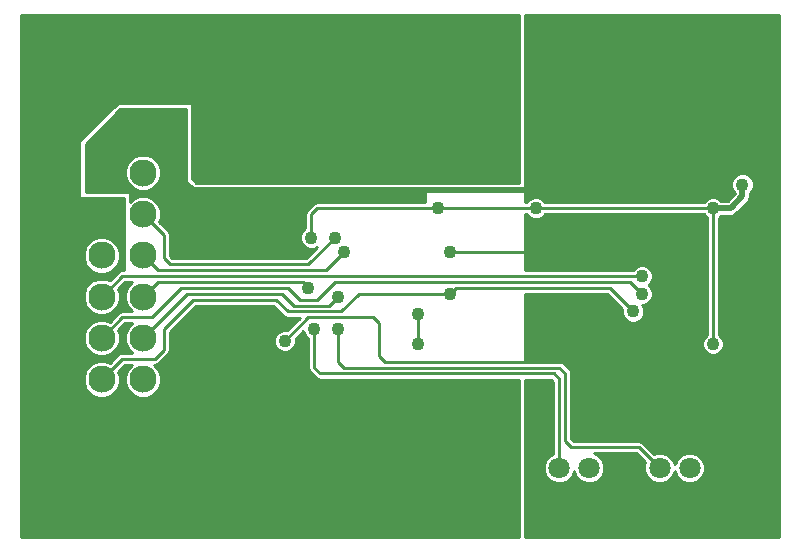
<source format=gbl>
G04 (created by PCBNEW (2013-07-07 BZR 4022)-stable) date 10/14/2016 2:41:48 PM*
%MOIN*%
G04 Gerber Fmt 3.4, Leading zero omitted, Abs format*
%FSLAX34Y34*%
G01*
G70*
G90*
G04 APERTURE LIST*
%ADD10C,0.00590551*%
%ADD11C,0.0708661*%
%ADD12C,0.0905512*%
%ADD13C,0.23622*%
%ADD14C,0.0433071*%
%ADD15C,0.00984252*%
%ADD16C,0.019685*%
%ADD17C,0.01*%
G04 APERTURE END LIST*
G54D10*
G54D11*
X58177Y-44685D03*
X57177Y-44685D03*
X61523Y-44685D03*
X60523Y-44685D03*
X43799Y-32177D03*
X43799Y-33177D03*
G54D12*
X43307Y-34842D03*
X43307Y-36220D03*
X43307Y-37598D03*
X43307Y-38976D03*
X43307Y-40354D03*
X43307Y-41732D03*
X41929Y-34842D03*
X41929Y-36220D03*
X41929Y-37598D03*
X41929Y-38976D03*
X41929Y-40354D03*
X41929Y-41732D03*
G54D13*
X41062Y-32086D03*
X41062Y-44488D03*
G54D11*
X52362Y-44783D03*
X51377Y-44783D03*
X50393Y-44783D03*
X49409Y-44783D03*
X48425Y-44783D03*
X52362Y-46259D03*
X51377Y-46259D03*
X50393Y-46259D03*
X49409Y-46259D03*
X48425Y-46259D03*
X52362Y-31791D03*
X51377Y-31791D03*
X50393Y-31791D03*
X49409Y-31791D03*
X48425Y-31791D03*
X52362Y-30314D03*
X51377Y-30314D03*
X50393Y-30314D03*
X49409Y-30314D03*
X48425Y-30314D03*
G54D14*
X63287Y-35236D03*
X53149Y-36023D03*
X48917Y-37007D03*
X56397Y-36023D03*
X62303Y-40551D03*
X62303Y-36023D03*
X52460Y-39566D03*
X52460Y-40551D03*
X49803Y-40059D03*
X49015Y-40059D03*
X59940Y-38877D03*
X49704Y-37007D03*
X49803Y-38976D03*
X48818Y-38681D03*
X50000Y-37500D03*
X59940Y-38287D03*
X59645Y-39468D03*
X53543Y-38877D03*
G54D11*
X61318Y-31102D03*
X61318Y-30118D03*
X60334Y-30118D03*
X57381Y-31102D03*
X57381Y-30118D03*
X58366Y-30118D03*
X59350Y-30118D03*
G54D14*
X59055Y-39763D03*
X56397Y-40551D03*
X57874Y-37500D03*
X53543Y-37500D03*
X62992Y-36712D03*
X63582Y-40551D03*
X63877Y-45669D03*
X48031Y-40452D03*
X59350Y-34547D03*
G54D15*
X50393Y-44783D02*
X51377Y-44783D01*
X48425Y-44783D02*
X49409Y-44783D01*
X50393Y-46259D02*
X51377Y-46259D01*
X48425Y-46259D02*
X49409Y-46259D01*
X50393Y-31791D02*
X51377Y-31791D01*
X48425Y-31791D02*
X49409Y-31791D01*
X50393Y-30314D02*
X51377Y-30314D01*
X48425Y-30314D02*
X49409Y-30314D01*
G54D16*
X62303Y-36023D02*
X62893Y-36023D01*
X63287Y-35629D02*
X63287Y-35236D01*
X62893Y-36023D02*
X63287Y-35629D01*
G54D15*
X56397Y-36023D02*
X53149Y-36023D01*
X53149Y-36023D02*
X49114Y-36023D01*
X48917Y-36220D02*
X48917Y-37007D01*
X49114Y-36023D02*
X48917Y-36220D01*
X62303Y-36023D02*
X56397Y-36023D01*
X62303Y-40551D02*
X62303Y-36023D01*
X52460Y-40551D02*
X52460Y-39566D01*
X60523Y-44685D02*
X59834Y-43996D01*
X49803Y-41141D02*
X49803Y-40059D01*
X50000Y-41338D02*
X49803Y-41141D01*
X57185Y-41338D02*
X50000Y-41338D01*
X57381Y-41535D02*
X57185Y-41338D01*
X57381Y-43799D02*
X57381Y-41535D01*
X57578Y-43996D02*
X57381Y-43799D01*
X59834Y-43996D02*
X57578Y-43996D01*
X57185Y-44685D02*
X57177Y-44685D01*
X57185Y-41732D02*
X57185Y-44685D01*
X56988Y-41535D02*
X57185Y-41732D01*
X49212Y-41535D02*
X56988Y-41535D01*
X49015Y-41338D02*
X49212Y-41535D01*
X49015Y-40059D02*
X49015Y-41338D01*
X41929Y-40354D02*
X42618Y-39665D01*
X59547Y-38484D02*
X59940Y-38877D01*
X49704Y-38484D02*
X59547Y-38484D01*
X49114Y-39074D02*
X49704Y-38484D01*
X48523Y-39074D02*
X49114Y-39074D01*
X48129Y-38681D02*
X48523Y-39074D01*
X44586Y-38681D02*
X48129Y-38681D01*
X43602Y-39665D02*
X44586Y-38681D01*
X42618Y-39665D02*
X43602Y-39665D01*
X43307Y-36220D02*
X43996Y-36909D01*
X48818Y-37893D02*
X49704Y-37007D01*
X44192Y-37893D02*
X48818Y-37893D01*
X43996Y-37696D02*
X44192Y-37893D01*
X43996Y-36909D02*
X43996Y-37696D01*
X43307Y-40354D02*
X44783Y-38877D01*
X49507Y-39271D02*
X49803Y-38976D01*
X48326Y-39271D02*
X49507Y-39271D01*
X47933Y-38877D02*
X48326Y-39271D01*
X44783Y-38877D02*
X47933Y-38877D01*
X43799Y-38484D02*
X43307Y-38976D01*
X48622Y-38484D02*
X43799Y-38484D01*
X48818Y-38681D02*
X48622Y-38484D01*
X43307Y-37598D02*
X43799Y-38090D01*
X49409Y-38090D02*
X50000Y-37500D01*
X43799Y-38090D02*
X49409Y-38090D01*
X41929Y-38976D02*
X42618Y-38287D01*
X42618Y-38287D02*
X59940Y-38287D01*
X53740Y-38681D02*
X53543Y-38877D01*
X58858Y-38681D02*
X53740Y-38681D01*
X59645Y-39468D02*
X58858Y-38681D01*
X41929Y-41732D02*
X42618Y-41043D01*
X50492Y-38877D02*
X53543Y-38877D01*
X49901Y-39468D02*
X50492Y-38877D01*
X48129Y-39468D02*
X49901Y-39468D01*
X47736Y-39074D02*
X48129Y-39468D01*
X44980Y-39074D02*
X47736Y-39074D01*
X43996Y-40059D02*
X44980Y-39074D01*
X43996Y-40748D02*
X43996Y-40059D01*
X43700Y-41043D02*
X43996Y-40748D01*
X42618Y-41043D02*
X43700Y-41043D01*
X59350Y-30118D02*
X60334Y-30118D01*
X61318Y-30118D02*
X61318Y-31102D01*
X57381Y-30118D02*
X57381Y-31102D01*
X59350Y-30118D02*
X58366Y-30118D01*
X59055Y-39763D02*
X59055Y-41141D01*
X56397Y-40551D02*
X56397Y-41141D01*
X60728Y-37696D02*
X60728Y-41141D01*
X60531Y-37500D02*
X60728Y-37696D01*
X53543Y-37500D02*
X57874Y-37500D01*
X57874Y-37500D02*
X60531Y-37500D01*
X62992Y-36712D02*
X64271Y-36712D01*
X63582Y-40551D02*
X63582Y-41141D01*
X63877Y-45669D02*
X63877Y-41141D01*
X59350Y-34547D02*
X59350Y-32677D01*
X48818Y-39665D02*
X48031Y-40452D01*
X50984Y-39665D02*
X48818Y-39665D01*
X51181Y-39862D02*
X50984Y-39665D01*
X51181Y-40944D02*
X51181Y-39862D01*
X51377Y-41141D02*
X51181Y-40944D01*
X64074Y-41141D02*
X63877Y-41141D01*
X63877Y-41141D02*
X63582Y-41141D01*
X63582Y-41141D02*
X60728Y-41141D01*
X60728Y-41141D02*
X59055Y-41141D01*
X59055Y-41141D02*
X56397Y-41141D01*
X56397Y-41141D02*
X51377Y-41141D01*
X64271Y-40944D02*
X64074Y-41141D01*
X64271Y-32677D02*
X64271Y-36712D01*
X64271Y-36712D02*
X64271Y-40944D01*
X64074Y-32480D02*
X64271Y-32677D01*
X59547Y-32480D02*
X64074Y-32480D01*
X59350Y-32677D02*
X59547Y-32480D01*
G54D16*
X43799Y-33177D02*
X44192Y-33177D01*
X59350Y-35039D02*
X59350Y-34547D01*
X58956Y-35433D02*
X59350Y-35039D01*
X44980Y-35433D02*
X58956Y-35433D01*
X44586Y-35039D02*
X44980Y-35433D01*
X44586Y-33570D02*
X44586Y-35039D01*
X44192Y-33177D02*
X44586Y-33570D01*
G54D15*
X43799Y-33177D02*
X42125Y-33177D01*
X41929Y-33374D02*
X41929Y-34842D01*
X42125Y-33177D02*
X41929Y-33374D01*
G54D10*
G36*
X64516Y-46997D02*
X56053Y-46997D01*
X56053Y-41737D01*
X56904Y-41737D01*
X56983Y-41815D01*
X56983Y-44216D01*
X56890Y-44255D01*
X56747Y-44397D01*
X56670Y-44583D01*
X56670Y-44785D01*
X56747Y-44971D01*
X56889Y-45114D01*
X57075Y-45191D01*
X57277Y-45191D01*
X57463Y-45114D01*
X57606Y-44972D01*
X57677Y-44801D01*
X57747Y-44971D01*
X57889Y-45114D01*
X58075Y-45191D01*
X58277Y-45191D01*
X58463Y-45114D01*
X58606Y-44972D01*
X58683Y-44786D01*
X58683Y-44584D01*
X58606Y-44398D01*
X58464Y-44255D01*
X58324Y-44197D01*
X59751Y-44197D01*
X60052Y-44498D01*
X60017Y-44583D01*
X60016Y-44785D01*
X60093Y-44971D01*
X60236Y-45114D01*
X60422Y-45191D01*
X60623Y-45191D01*
X60810Y-45114D01*
X60952Y-44972D01*
X61023Y-44801D01*
X61093Y-44971D01*
X61236Y-45114D01*
X61422Y-45191D01*
X61623Y-45191D01*
X61810Y-45114D01*
X61952Y-44972D01*
X62030Y-44786D01*
X62030Y-44584D01*
X61953Y-44398D01*
X61811Y-44255D01*
X61624Y-44178D01*
X61423Y-44178D01*
X61236Y-44255D01*
X61094Y-44397D01*
X61023Y-44568D01*
X60953Y-44398D01*
X60811Y-44255D01*
X60624Y-44178D01*
X60423Y-44178D01*
X60337Y-44213D01*
X59977Y-43853D01*
X59911Y-43809D01*
X59834Y-43794D01*
X57662Y-43794D01*
X57583Y-43715D01*
X57583Y-41535D01*
X57583Y-41535D01*
X57583Y-41535D01*
X57568Y-41458D01*
X57524Y-41392D01*
X57524Y-41392D01*
X57327Y-41196D01*
X57262Y-41152D01*
X57185Y-41137D01*
X56053Y-41137D01*
X56053Y-38882D01*
X58774Y-38882D01*
X59279Y-39387D01*
X59276Y-39394D01*
X59276Y-39541D01*
X59332Y-39677D01*
X59436Y-39781D01*
X59571Y-39837D01*
X59718Y-39837D01*
X59854Y-39781D01*
X59958Y-39677D01*
X60014Y-39542D01*
X60014Y-39395D01*
X59958Y-39259D01*
X59945Y-39246D01*
X60014Y-39246D01*
X60149Y-39190D01*
X60253Y-39087D01*
X60309Y-38951D01*
X60309Y-38804D01*
X60253Y-38669D01*
X60167Y-38582D01*
X60253Y-38496D01*
X60309Y-38361D01*
X60309Y-38214D01*
X60253Y-38078D01*
X60150Y-37974D01*
X60014Y-37918D01*
X59867Y-37918D01*
X59732Y-37974D01*
X59628Y-38078D01*
X59625Y-38085D01*
X56053Y-38085D01*
X56053Y-36225D01*
X56081Y-36225D01*
X56084Y-36232D01*
X56188Y-36336D01*
X56323Y-36392D01*
X56470Y-36392D01*
X56606Y-36336D01*
X56710Y-36232D01*
X56713Y-36225D01*
X61987Y-36225D01*
X61990Y-36232D01*
X62093Y-36336D01*
X62101Y-36339D01*
X62101Y-40235D01*
X62094Y-40238D01*
X61990Y-40341D01*
X61934Y-40477D01*
X61934Y-40624D01*
X61990Y-40759D01*
X62093Y-40863D01*
X62229Y-40920D01*
X62376Y-40920D01*
X62511Y-40864D01*
X62615Y-40760D01*
X62671Y-40624D01*
X62672Y-40478D01*
X62616Y-40342D01*
X62512Y-40238D01*
X62504Y-40235D01*
X62504Y-36339D01*
X62511Y-36336D01*
X62574Y-36274D01*
X62893Y-36274D01*
X62989Y-36255D01*
X63071Y-36200D01*
X63464Y-35807D01*
X63519Y-35725D01*
X63519Y-35725D01*
X63538Y-35629D01*
X63538Y-35507D01*
X63599Y-35445D01*
X63656Y-35309D01*
X63656Y-35163D01*
X63600Y-35027D01*
X63496Y-34923D01*
X63361Y-34867D01*
X63214Y-34867D01*
X63078Y-34923D01*
X62974Y-35026D01*
X62918Y-35162D01*
X62918Y-35309D01*
X62974Y-35444D01*
X63036Y-35507D01*
X63036Y-35526D01*
X62789Y-35772D01*
X62574Y-35772D01*
X62512Y-35711D01*
X62376Y-35654D01*
X62230Y-35654D01*
X62094Y-35710D01*
X61990Y-35814D01*
X61987Y-35822D01*
X56713Y-35822D01*
X56710Y-35814D01*
X56606Y-35711D01*
X56471Y-35654D01*
X56324Y-35654D01*
X56188Y-35710D01*
X56085Y-35814D01*
X56081Y-35822D01*
X56053Y-35822D01*
X56053Y-29577D01*
X64516Y-29577D01*
X64516Y-46997D01*
X64516Y-46997D01*
G37*
G54D17*
X64516Y-46997D02*
X56053Y-46997D01*
X56053Y-41737D01*
X56904Y-41737D01*
X56983Y-41815D01*
X56983Y-44216D01*
X56890Y-44255D01*
X56747Y-44397D01*
X56670Y-44583D01*
X56670Y-44785D01*
X56747Y-44971D01*
X56889Y-45114D01*
X57075Y-45191D01*
X57277Y-45191D01*
X57463Y-45114D01*
X57606Y-44972D01*
X57677Y-44801D01*
X57747Y-44971D01*
X57889Y-45114D01*
X58075Y-45191D01*
X58277Y-45191D01*
X58463Y-45114D01*
X58606Y-44972D01*
X58683Y-44786D01*
X58683Y-44584D01*
X58606Y-44398D01*
X58464Y-44255D01*
X58324Y-44197D01*
X59751Y-44197D01*
X60052Y-44498D01*
X60017Y-44583D01*
X60016Y-44785D01*
X60093Y-44971D01*
X60236Y-45114D01*
X60422Y-45191D01*
X60623Y-45191D01*
X60810Y-45114D01*
X60952Y-44972D01*
X61023Y-44801D01*
X61093Y-44971D01*
X61236Y-45114D01*
X61422Y-45191D01*
X61623Y-45191D01*
X61810Y-45114D01*
X61952Y-44972D01*
X62030Y-44786D01*
X62030Y-44584D01*
X61953Y-44398D01*
X61811Y-44255D01*
X61624Y-44178D01*
X61423Y-44178D01*
X61236Y-44255D01*
X61094Y-44397D01*
X61023Y-44568D01*
X60953Y-44398D01*
X60811Y-44255D01*
X60624Y-44178D01*
X60423Y-44178D01*
X60337Y-44213D01*
X59977Y-43853D01*
X59911Y-43809D01*
X59834Y-43794D01*
X57662Y-43794D01*
X57583Y-43715D01*
X57583Y-41535D01*
X57583Y-41535D01*
X57583Y-41535D01*
X57568Y-41458D01*
X57524Y-41392D01*
X57524Y-41392D01*
X57327Y-41196D01*
X57262Y-41152D01*
X57185Y-41137D01*
X56053Y-41137D01*
X56053Y-38882D01*
X58774Y-38882D01*
X59279Y-39387D01*
X59276Y-39394D01*
X59276Y-39541D01*
X59332Y-39677D01*
X59436Y-39781D01*
X59571Y-39837D01*
X59718Y-39837D01*
X59854Y-39781D01*
X59958Y-39677D01*
X60014Y-39542D01*
X60014Y-39395D01*
X59958Y-39259D01*
X59945Y-39246D01*
X60014Y-39246D01*
X60149Y-39190D01*
X60253Y-39087D01*
X60309Y-38951D01*
X60309Y-38804D01*
X60253Y-38669D01*
X60167Y-38582D01*
X60253Y-38496D01*
X60309Y-38361D01*
X60309Y-38214D01*
X60253Y-38078D01*
X60150Y-37974D01*
X60014Y-37918D01*
X59867Y-37918D01*
X59732Y-37974D01*
X59628Y-38078D01*
X59625Y-38085D01*
X56053Y-38085D01*
X56053Y-36225D01*
X56081Y-36225D01*
X56084Y-36232D01*
X56188Y-36336D01*
X56323Y-36392D01*
X56470Y-36392D01*
X56606Y-36336D01*
X56710Y-36232D01*
X56713Y-36225D01*
X61987Y-36225D01*
X61990Y-36232D01*
X62093Y-36336D01*
X62101Y-36339D01*
X62101Y-40235D01*
X62094Y-40238D01*
X61990Y-40341D01*
X61934Y-40477D01*
X61934Y-40624D01*
X61990Y-40759D01*
X62093Y-40863D01*
X62229Y-40920D01*
X62376Y-40920D01*
X62511Y-40864D01*
X62615Y-40760D01*
X62671Y-40624D01*
X62672Y-40478D01*
X62616Y-40342D01*
X62512Y-40238D01*
X62504Y-40235D01*
X62504Y-36339D01*
X62511Y-36336D01*
X62574Y-36274D01*
X62893Y-36274D01*
X62989Y-36255D01*
X63071Y-36200D01*
X63464Y-35807D01*
X63519Y-35725D01*
X63519Y-35725D01*
X63538Y-35629D01*
X63538Y-35507D01*
X63599Y-35445D01*
X63656Y-35309D01*
X63656Y-35163D01*
X63600Y-35027D01*
X63496Y-34923D01*
X63361Y-34867D01*
X63214Y-34867D01*
X63078Y-34923D01*
X62974Y-35026D01*
X62918Y-35162D01*
X62918Y-35309D01*
X62974Y-35444D01*
X63036Y-35507D01*
X63036Y-35526D01*
X62789Y-35772D01*
X62574Y-35772D01*
X62512Y-35711D01*
X62376Y-35654D01*
X62230Y-35654D01*
X62094Y-35710D01*
X61990Y-35814D01*
X61987Y-35822D01*
X56713Y-35822D01*
X56710Y-35814D01*
X56606Y-35711D01*
X56471Y-35654D01*
X56324Y-35654D01*
X56188Y-35710D01*
X56085Y-35814D01*
X56081Y-35822D01*
X56053Y-35822D01*
X56053Y-29577D01*
X64516Y-29577D01*
X64516Y-46997D01*
G54D10*
G36*
X55851Y-46997D02*
X39223Y-46997D01*
X39223Y-29577D01*
X55851Y-29577D01*
X55851Y-35182D01*
X52908Y-35182D01*
X45084Y-35182D01*
X44935Y-35033D01*
X44935Y-32524D01*
X42456Y-32524D01*
X41186Y-33795D01*
X41186Y-35683D01*
X42662Y-35683D01*
X42662Y-38085D01*
X42618Y-38085D01*
X42618Y-38085D01*
X42540Y-38101D01*
X42534Y-38105D01*
X42534Y-37478D01*
X42442Y-37256D01*
X42272Y-37085D01*
X42050Y-36993D01*
X41809Y-36993D01*
X41586Y-37085D01*
X41416Y-37255D01*
X41324Y-37477D01*
X41323Y-37718D01*
X41415Y-37940D01*
X41585Y-38111D01*
X41808Y-38203D01*
X42048Y-38203D01*
X42271Y-38111D01*
X42441Y-37941D01*
X42534Y-37719D01*
X42534Y-37478D01*
X42534Y-38105D01*
X42475Y-38144D01*
X42475Y-38144D01*
X42190Y-38429D01*
X42050Y-38371D01*
X41809Y-38371D01*
X41586Y-38463D01*
X41416Y-38633D01*
X41324Y-38855D01*
X41323Y-39096D01*
X41415Y-39318D01*
X41585Y-39489D01*
X41808Y-39581D01*
X42048Y-39581D01*
X42271Y-39489D01*
X42441Y-39319D01*
X42534Y-39097D01*
X42534Y-38856D01*
X42475Y-38714D01*
X42701Y-38488D01*
X42938Y-38488D01*
X42794Y-38633D01*
X42702Y-38855D01*
X42701Y-39096D01*
X42793Y-39318D01*
X42938Y-39463D01*
X42618Y-39463D01*
X42618Y-39463D01*
X42540Y-39479D01*
X42475Y-39522D01*
X42475Y-39522D01*
X42190Y-39807D01*
X42050Y-39749D01*
X41809Y-39749D01*
X41586Y-39841D01*
X41416Y-40011D01*
X41324Y-40233D01*
X41323Y-40474D01*
X41415Y-40696D01*
X41585Y-40867D01*
X41808Y-40959D01*
X42048Y-40959D01*
X42271Y-40867D01*
X42441Y-40697D01*
X42534Y-40475D01*
X42534Y-40234D01*
X42475Y-40092D01*
X42701Y-39866D01*
X42938Y-39866D01*
X42794Y-40011D01*
X42702Y-40233D01*
X42701Y-40474D01*
X42793Y-40696D01*
X42938Y-40841D01*
X42618Y-40841D01*
X42618Y-40841D01*
X42540Y-40857D01*
X42475Y-40900D01*
X42475Y-40900D01*
X42190Y-41185D01*
X42050Y-41127D01*
X41809Y-41127D01*
X41586Y-41218D01*
X41416Y-41389D01*
X41324Y-41611D01*
X41323Y-41852D01*
X41415Y-42074D01*
X41585Y-42244D01*
X41808Y-42337D01*
X42048Y-42337D01*
X42271Y-42245D01*
X42441Y-42075D01*
X42534Y-41853D01*
X42534Y-41612D01*
X42475Y-41470D01*
X42701Y-41244D01*
X42938Y-41244D01*
X42794Y-41389D01*
X42702Y-41611D01*
X42701Y-41852D01*
X42793Y-42074D01*
X42963Y-42244D01*
X43186Y-42337D01*
X43426Y-42337D01*
X43649Y-42245D01*
X43819Y-42075D01*
X43912Y-41853D01*
X43912Y-41612D01*
X43820Y-41389D01*
X43675Y-41244D01*
X43700Y-41244D01*
X43777Y-41229D01*
X43843Y-41185D01*
X44138Y-40890D01*
X44182Y-40825D01*
X44197Y-40748D01*
X44197Y-40142D01*
X45063Y-39276D01*
X47652Y-39276D01*
X47987Y-39611D01*
X47987Y-39611D01*
X48052Y-39654D01*
X48129Y-39670D01*
X48529Y-39670D01*
X48112Y-40086D01*
X48105Y-40083D01*
X47958Y-40083D01*
X47822Y-40139D01*
X47718Y-40243D01*
X47662Y-40379D01*
X47662Y-40525D01*
X47718Y-40661D01*
X47822Y-40765D01*
X47957Y-40821D01*
X48104Y-40821D01*
X48240Y-40765D01*
X48344Y-40661D01*
X48400Y-40526D01*
X48400Y-40379D01*
X48397Y-40372D01*
X48646Y-40122D01*
X48646Y-40132D01*
X48702Y-40267D01*
X48806Y-40371D01*
X48814Y-40374D01*
X48814Y-41338D01*
X48829Y-41415D01*
X48873Y-41481D01*
X49070Y-41677D01*
X49070Y-41677D01*
X49135Y-41721D01*
X49212Y-41737D01*
X49212Y-41737D01*
X49212Y-41737D01*
X55851Y-41737D01*
X55851Y-46997D01*
X55851Y-46997D01*
G37*
G54D17*
X55851Y-46997D02*
X39223Y-46997D01*
X39223Y-29577D01*
X55851Y-29577D01*
X55851Y-35182D01*
X52908Y-35182D01*
X45084Y-35182D01*
X44935Y-35033D01*
X44935Y-32524D01*
X42456Y-32524D01*
X41186Y-33795D01*
X41186Y-35683D01*
X42662Y-35683D01*
X42662Y-38085D01*
X42618Y-38085D01*
X42618Y-38085D01*
X42540Y-38101D01*
X42534Y-38105D01*
X42534Y-37478D01*
X42442Y-37256D01*
X42272Y-37085D01*
X42050Y-36993D01*
X41809Y-36993D01*
X41586Y-37085D01*
X41416Y-37255D01*
X41324Y-37477D01*
X41323Y-37718D01*
X41415Y-37940D01*
X41585Y-38111D01*
X41808Y-38203D01*
X42048Y-38203D01*
X42271Y-38111D01*
X42441Y-37941D01*
X42534Y-37719D01*
X42534Y-37478D01*
X42534Y-38105D01*
X42475Y-38144D01*
X42475Y-38144D01*
X42190Y-38429D01*
X42050Y-38371D01*
X41809Y-38371D01*
X41586Y-38463D01*
X41416Y-38633D01*
X41324Y-38855D01*
X41323Y-39096D01*
X41415Y-39318D01*
X41585Y-39489D01*
X41808Y-39581D01*
X42048Y-39581D01*
X42271Y-39489D01*
X42441Y-39319D01*
X42534Y-39097D01*
X42534Y-38856D01*
X42475Y-38714D01*
X42701Y-38488D01*
X42938Y-38488D01*
X42794Y-38633D01*
X42702Y-38855D01*
X42701Y-39096D01*
X42793Y-39318D01*
X42938Y-39463D01*
X42618Y-39463D01*
X42618Y-39463D01*
X42540Y-39479D01*
X42475Y-39522D01*
X42475Y-39522D01*
X42190Y-39807D01*
X42050Y-39749D01*
X41809Y-39749D01*
X41586Y-39841D01*
X41416Y-40011D01*
X41324Y-40233D01*
X41323Y-40474D01*
X41415Y-40696D01*
X41585Y-40867D01*
X41808Y-40959D01*
X42048Y-40959D01*
X42271Y-40867D01*
X42441Y-40697D01*
X42534Y-40475D01*
X42534Y-40234D01*
X42475Y-40092D01*
X42701Y-39866D01*
X42938Y-39866D01*
X42794Y-40011D01*
X42702Y-40233D01*
X42701Y-40474D01*
X42793Y-40696D01*
X42938Y-40841D01*
X42618Y-40841D01*
X42618Y-40841D01*
X42540Y-40857D01*
X42475Y-40900D01*
X42475Y-40900D01*
X42190Y-41185D01*
X42050Y-41127D01*
X41809Y-41127D01*
X41586Y-41218D01*
X41416Y-41389D01*
X41324Y-41611D01*
X41323Y-41852D01*
X41415Y-42074D01*
X41585Y-42244D01*
X41808Y-42337D01*
X42048Y-42337D01*
X42271Y-42245D01*
X42441Y-42075D01*
X42534Y-41853D01*
X42534Y-41612D01*
X42475Y-41470D01*
X42701Y-41244D01*
X42938Y-41244D01*
X42794Y-41389D01*
X42702Y-41611D01*
X42701Y-41852D01*
X42793Y-42074D01*
X42963Y-42244D01*
X43186Y-42337D01*
X43426Y-42337D01*
X43649Y-42245D01*
X43819Y-42075D01*
X43912Y-41853D01*
X43912Y-41612D01*
X43820Y-41389D01*
X43675Y-41244D01*
X43700Y-41244D01*
X43777Y-41229D01*
X43843Y-41185D01*
X44138Y-40890D01*
X44182Y-40825D01*
X44197Y-40748D01*
X44197Y-40142D01*
X45063Y-39276D01*
X47652Y-39276D01*
X47987Y-39611D01*
X47987Y-39611D01*
X48052Y-39654D01*
X48129Y-39670D01*
X48529Y-39670D01*
X48112Y-40086D01*
X48105Y-40083D01*
X47958Y-40083D01*
X47822Y-40139D01*
X47718Y-40243D01*
X47662Y-40379D01*
X47662Y-40525D01*
X47718Y-40661D01*
X47822Y-40765D01*
X47957Y-40821D01*
X48104Y-40821D01*
X48240Y-40765D01*
X48344Y-40661D01*
X48400Y-40526D01*
X48400Y-40379D01*
X48397Y-40372D01*
X48646Y-40122D01*
X48646Y-40132D01*
X48702Y-40267D01*
X48806Y-40371D01*
X48814Y-40374D01*
X48814Y-41338D01*
X48829Y-41415D01*
X48873Y-41481D01*
X49070Y-41677D01*
X49070Y-41677D01*
X49135Y-41721D01*
X49212Y-41737D01*
X49212Y-41737D01*
X49212Y-41737D01*
X55851Y-41737D01*
X55851Y-46997D01*
G54D10*
G36*
X52705Y-35822D02*
X49114Y-35822D01*
X49114Y-35822D01*
X49037Y-35837D01*
X48971Y-35881D01*
X48971Y-35881D01*
X48774Y-36077D01*
X48731Y-36143D01*
X48715Y-36220D01*
X48715Y-36692D01*
X48708Y-36694D01*
X48604Y-36798D01*
X48548Y-36934D01*
X48548Y-37080D01*
X48604Y-37216D01*
X48708Y-37320D01*
X48843Y-37376D01*
X48990Y-37376D01*
X49093Y-37334D01*
X48735Y-37692D01*
X44276Y-37692D01*
X44197Y-37613D01*
X44197Y-36909D01*
X44197Y-36909D01*
X44197Y-36909D01*
X44182Y-36832D01*
X44138Y-36766D01*
X44138Y-36766D01*
X43853Y-36482D01*
X43912Y-36341D01*
X43912Y-36100D01*
X43912Y-34722D01*
X43820Y-34500D01*
X43650Y-34329D01*
X43427Y-34237D01*
X43187Y-34237D01*
X42964Y-34329D01*
X42794Y-34499D01*
X42702Y-34721D01*
X42701Y-34962D01*
X42793Y-35184D01*
X42963Y-35355D01*
X43186Y-35447D01*
X43426Y-35447D01*
X43649Y-35355D01*
X43819Y-35185D01*
X43912Y-34963D01*
X43912Y-34722D01*
X43912Y-36100D01*
X43820Y-35878D01*
X43650Y-35707D01*
X43427Y-35615D01*
X43187Y-35615D01*
X42964Y-35707D01*
X42864Y-35806D01*
X42864Y-35481D01*
X41388Y-35481D01*
X41388Y-33878D01*
X42540Y-32727D01*
X44733Y-32727D01*
X44733Y-35384D01*
X52705Y-35384D01*
X52705Y-35822D01*
X52705Y-35822D01*
G37*
G54D17*
X52705Y-35822D02*
X49114Y-35822D01*
X49114Y-35822D01*
X49037Y-35837D01*
X48971Y-35881D01*
X48971Y-35881D01*
X48774Y-36077D01*
X48731Y-36143D01*
X48715Y-36220D01*
X48715Y-36692D01*
X48708Y-36694D01*
X48604Y-36798D01*
X48548Y-36934D01*
X48548Y-37080D01*
X48604Y-37216D01*
X48708Y-37320D01*
X48843Y-37376D01*
X48990Y-37376D01*
X49093Y-37334D01*
X48735Y-37692D01*
X44276Y-37692D01*
X44197Y-37613D01*
X44197Y-36909D01*
X44197Y-36909D01*
X44197Y-36909D01*
X44182Y-36832D01*
X44138Y-36766D01*
X44138Y-36766D01*
X43853Y-36482D01*
X43912Y-36341D01*
X43912Y-36100D01*
X43912Y-34722D01*
X43820Y-34500D01*
X43650Y-34329D01*
X43427Y-34237D01*
X43187Y-34237D01*
X42964Y-34329D01*
X42794Y-34499D01*
X42702Y-34721D01*
X42701Y-34962D01*
X42793Y-35184D01*
X42963Y-35355D01*
X43186Y-35447D01*
X43426Y-35447D01*
X43649Y-35355D01*
X43819Y-35185D01*
X43912Y-34963D01*
X43912Y-34722D01*
X43912Y-36100D01*
X43820Y-35878D01*
X43650Y-35707D01*
X43427Y-35615D01*
X43187Y-35615D01*
X42964Y-35707D01*
X42864Y-35806D01*
X42864Y-35481D01*
X41388Y-35481D01*
X41388Y-33878D01*
X42540Y-32727D01*
X44733Y-32727D01*
X44733Y-35384D01*
X52705Y-35384D01*
X52705Y-35822D01*
M02*

</source>
